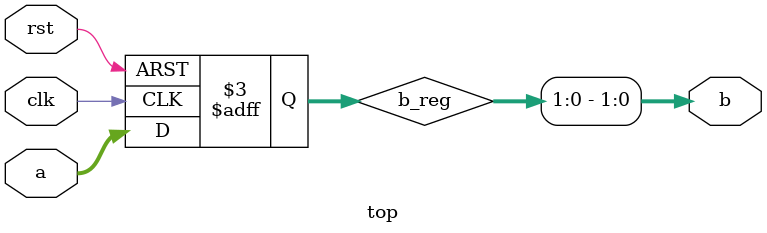
<source format=v>
module top(
    input clk,
    input rst,
    input [2:0] a,
    output [1:0] b
);
    reg [2:0] b_reg;
    initial begin
        b_reg <= 3'b0;
    end

    assign b = b_reg[1:0];
    always @(posedge clk or posedge rst) begin
        if(rst) begin
            b_reg <= 3'b0;
        end else begin
            b_reg <= a;
        end
    end
endmodule

</source>
